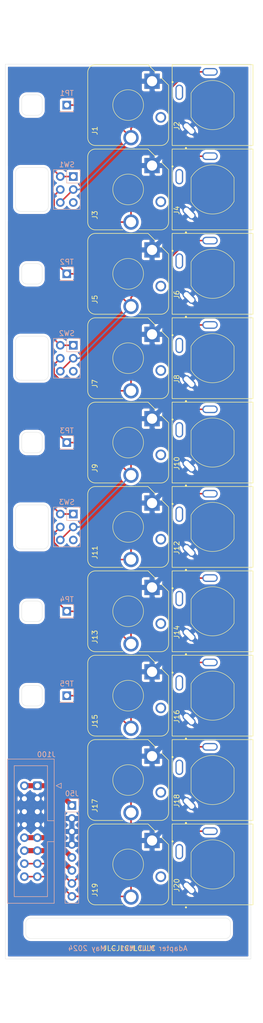
<source format=kicad_pcb>
(kicad_pcb (version 20240108) (generator "pcbnew") (generator_version "8.0")
  (title_block (title "Adapter Mult Mk1") (date "2024-05-26") (rev "1") (company "DMH"))
  (layers (0 "F.Cu" signal) (31 "B.Cu" signal) (34 "B.Paste" user) (35 "F.Paste" user) (36 "B.SilkS" user "B.Silkscreen") (37 "F.SilkS" user "F.Silkscreen") (38 "B.Mask" user) (39 "F.Mask" user) (44 "Edge.Cuts" user))
  (net 0 "")
  (net 1 "Net-(J5-PadT)")
  (net 2 "Net-(J1-PadT)")
  (net 3 "Net-(J3-PadT)")
  (net 5 "Net-(J10-PadT)")
  (net 7 "Net-(J7-PadT)")
  (net 8 "Net-(J13-PadT)")
  (net 10 "Net-(J11-PadT)")
  (net 11 "GND")
  (net 12 "-12V")
  (net 13 "+12V")
  (net 14 "+5V")
  (net 15 "Net-(J100-Pin_7a)")
  (net 16 "Net-(J100-Pin_8a)")
  (net 35 "Net-(J15-PadT)")
  (footprint "SynthStuff:AMPHENOL_ACJM-MV35-2S" (layer "F.Cu") (at 72.5 86 90)
    (property "Reference" "J5" (at -5 -6.5 90) (layer "F.SilkS"))
    (property "Value" "TS_Jack_3.5mm_Sw")
    (pad "S" thru_hole rect (at 4.67 4.67 90) (size 3 3) (drill 2) (layers "*.Cu" "*.Mask") (net 11 "GND"))
    (pad "T" thru_hole circle (at -6.38 0.56 90) (size 3 3) (drill 2) (layers "*.Cu" "*.Mask") (net 1 "Net-(J5-PadT)"))
    (pad "TN" thru_hole circle (at -2.4 6.38 90) (size 2.1 2.1) (drill 1.4) (layers "*.Cu" "*.Mask"))
  )
  (footprint "SynthStuff:AMPHENOL_ACJM-MV35-2S" (layer "F.Cu") (at 72.5 53 90)
    (property "Reference" "J1" (at -5 -6.5 90) (layer "F.SilkS"))
    (property "Value" "TS_Jack_3.5mm_Sw")
    (pad "S" thru_hole rect (at 4.67 4.67 90) (size 3 3) (drill 2) (layers "*.Cu" "*.Mask") (net 11 "GND"))
    (pad "T" thru_hole circle (at -6.38 0.56 90) (size 3 3) (drill 2) (layers "*.Cu" "*.Mask") (net 2 "Net-(J1-PadT)"))
    (pad "TN" thru_hole circle (at -2.4 6.38 90) (size 2.1 2.1) (drill 1.4) (layers "*.Cu" "*.Mask"))
  )
  (footprint "SynthStuff:AMPHENOL_ACJM-MV35-2S" (layer "F.Cu") (at 72.5 168.5 90)
    (property "Reference" "J15" (at -5 -6.5 90) (layer "F.SilkS"))
    (property "Value" "TS_Jack_3.5mm_Sw")
    (pad "S" thru_hole rect (at 4.67 4.67 90) (size 3 3) (drill 2) (layers "*.Cu" "*.Mask") (net 11 "GND"))
    (pad "T" thru_hole circle (at -6.38 0.56 90) (size 3 3) (drill 2) (layers "*.Cu" "*.Mask") (net 35 "Net-(J15-PadT)"))
    (pad "TN" thru_hole circle (at -2.4 6.38 90) (size 2.1 2.1) (drill 1.4) (layers "*.Cu" "*.Mask"))
  )
  (footprint "SynthStuff:AMPHENOL_ACJM-MV35-2S" (layer "F.Cu") (at 72.5 119 90)
    (property "Reference" "J9" (at -5 -6.5 90) (layer "F.SilkS"))
    (property "Value" "TS_Jack_3.5mm_Sw")
    (pad "S" thru_hole rect (at 4.67 4.67 90) (size 3 3) (drill 2) (layers "*.Cu" "*.Mask") (net 11 "GND"))
    (pad "T" thru_hole circle (at -6.38 0.56 90) (size 3 3) (drill 2) (layers "*.Cu" "*.Mask") (net 5 "Net-(J10-PadT)"))
    (pad "TN" thru_hole circle (at -2.4 6.38 90) (size 2.1 2.1) (drill 1.4) (layers "*.Cu" "*.Mask"))
  )
  (footprint "SynthStuff:CUI_MJ-63052A" (layer "F.Cu") (at 89 86 90)
    (property "Reference" "J6" (at -4.075 -7 90) (layer "F.SilkS"))
    (property "Value" "TS_Jack_6.35mm_Sw")
    (pad "S" thru_hole oval (at -4.59619 -4.59619 45) (size 1.508 3.016) (drill oval 1 2.5) (layers "*.Cu" "*.Mask") (net 11 "GND"))
    (pad "T" thru_hole oval (at 6.5 -0.5 90) (size 1.508 3.016) (drill oval 1 2.5) (layers "*.Cu" "*.Mask") (net 1 "Net-(J5-PadT)"))
    (pad "TN" thru_hole oval (at 2.5 -6.5 90) (size 3.016 1.508) (drill oval 2.5 1) (layers "*.Cu" "*.Mask"))
  )
  (footprint "SynthStuff:AMPHENOL_ACJM-MV35-2S" (layer "F.Cu") (at 72.5 201.5 90)
    (property "Reference" "J19" (at -5 -6.5 90) (layer "F.SilkS"))
    (property "Value" "TS_Jack_3.5mm_Sw")
    (pad "S" thru_hole rect (at 4.67 4.67 90) (size 3 3) (drill 2) (layers "*.Cu" "*.Mask") (net 11 "GND"))
    (pad "T" thru_hole circle (at -6.38 0.56 90) (size 3 3) (drill 2) (layers "*.Cu" "*.Mask") (net 16 "Net-(J100-Pin_8a)"))
    (pad "TN" thru_hole circle (at -2.4 6.38 90) (size 2.1 2.1) (drill 1.4) (layers "*.Cu" "*.Mask"))
  )
  (footprint "SynthStuff:CUI_MJ-63052A" (layer "F.Cu") (at 89 201.5 90)
    (property "Reference" "J20" (at -4.075 -7 90) (layer "F.SilkS"))
    (property "Value" "TS_Jack_6.35mm_Sw")
    (pad "S" thru_hole oval (at -4.59619 -4.59619 45) (size 1.508 3.016) (drill oval 1 2.5) (layers "*.Cu" "*.Mask") (net 11 "GND"))
    (pad "T" thru_hole oval (at 6.5 -0.5 90) (size 1.508 3.016) (drill oval 1 2.5) (layers "*.Cu" "*.Mask") (net 16 "Net-(J100-Pin_8a)"))
    (pad "TN" thru_hole oval (at 2.5 -6.5 90) (size 3.016 1.508) (drill oval 2.5 1) (layers "*.Cu" "*.Mask"))
  )
  (footprint "SynthStuff:CUI_MJ-63052A" (layer "F.Cu") (at 89 53 90)
    (property "Reference" "J2" (at -4.075 -7 90) (layer "F.SilkS"))
    (property "Value" "TS_Jack_6.35mm_Sw")
    (pad "S" thru_hole oval (at -4.59619 -4.59619 45) (size 1.508 3.016) (drill oval 1 2.5) (layers "*.Cu" "*.Mask") (net 11 "GND"))
    (pad "T" thru_hole oval (at 6.5 -0.5 90) (size 1.508 3.016) (drill oval 1 2.5) (layers "*.Cu" "*.Mask") (net 2 "Net-(J1-PadT)"))
    (pad "TN" thru_hole oval (at 2.5 -6.5 90) (size 3.016 1.508) (drill oval 2.5 1) (layers "*.Cu" "*.Mask"))
  )
  (footprint "SynthStuff:CUI_MJ-63052A" (layer "F.Cu") (at 89 102.5 90)
    (property "Reference" "J8" (at -4.075 -7 90) (layer "F.SilkS"))
    (property "Value" "TS_Jack_6.35mm_Sw")
    (pad "S" thru_hole oval (at -4.59619 -4.59619 45) (size 1.508 3.016) (drill oval 1 2.5) (layers "*.Cu" "*.Mask") (net 11 "GND"))
    (pad "T" thru_hole oval (at 6.5 -0.5 90) (size 1.508 3.016) (drill oval 1 2.5) (layers "*.Cu" "*.Mask") (net 7 "Net-(J7-PadT)"))
    (pad "TN" thru_hole oval (at 2.5 -6.5 90) (size 3.016 1.508) (drill oval 2.5 1) (layers "*.Cu" "*.Mask"))
  )
  (footprint "SynthStuff:CUI_MJ-63052A" (layer "F.Cu") (at 89 135.5 90)
    (property "Reference" "J12" (at -4.075 -7 90) (layer "F.SilkS"))
    (property "Value" "TS_Jack_6.35mm_Sw")
    (pad "S" thru_hole oval (at -4.59619 -4.59619 45) (size 1.508 3.016) (drill oval 1 2.5) (layers "*.Cu" "*.Mask") (net 11 "GND"))
    (pad "T" thru_hole oval (at 6.5 -0.5 90) (size 1.508 3.016) (drill oval 1 2.5) (layers "*.Cu" "*.Mask") (net 10 "Net-(J11-PadT)"))
    (pad "TN" thru_hole oval (at 2.5 -6.5 90) (size 3.016 1.508) (drill oval 2.5 1) (layers "*.Cu" "*.Mask"))
  )
  (footprint "SynthStuff:CUI_MJ-63052A" (layer "F.Cu") (at 89 152 90)
    (property "Reference" "J14" (at -4.075 -7 90) (layer "F.SilkS"))
    (property "Value" "TS_Jack_6.35mm_Sw")
    (pad "S" thru_hole oval (at -4.59619 -4.59619 45) (size 1.508 3.016) (drill oval 1 2.5) (layers "*.Cu" "*.Mask") (net 11 "GND"))
    (pad "T" thru_hole oval (at 6.5 -0.5 90) (size 1.508 3.016) (drill oval 1 2.5) (layers "*.Cu" "*.Mask") (net 8 "Net-(J13-PadT)"))
    (pad "TN" thru_hole oval (at 2.5 -6.5 90) (size 3.016 1.508) (drill oval 2.5 1) (layers "*.Cu" "*.Mask"))
  )
  (footprint "SynthStuff:CUI_MJ-63052A" (layer "F.Cu") (at 89 119 90)
    (property "Reference" "J10" (at -4.075 -7 90) (layer "F.SilkS"))
    (property "Value" "TS_Jack_6.35mm_Sw")
    (pad "S" thru_hole oval (at -4.59619 -4.59619 45) (size 1.508 3.016) (drill oval 1 2.5) (layers "*.Cu" "*.Mask") (net 11 "GND"))
    (pad "T" thru_hole oval (at 6.5 -0.5 90) (size 1.508 3.016) (drill oval 1 2.5) (layers "*.Cu" "*.Mask") (net 5 "Net-(J10-PadT)"))
    (pad "TN" thru_hole oval (at 2.5 -6.5 90) (size 3.016 1.508) (drill oval 2.5 1) (layers "*.Cu" "*.Mask"))
  )
  (footprint "SynthStuff:AMPHENOL_ACJM-MV35-2S" (layer "F.Cu") (at 72.5 102.5 90)
    (property "Reference" "J7" (at -5 -6.5 90) (layer "F.SilkS"))
    (property "Value" "TS_Jack_3.5mm_Sw")
    (pad "S" thru_hole rect (at 4.67 4.67 90) (size 3 3) (drill 2) (layers "*.Cu" "*.Mask") (net 11 "GND"))
    (pad "T" thru_hole circle (at -6.38 0.56 90) (size 3 3) (drill 2) (layers "*.Cu" "*.Mask") (net 7 "Net-(J7-PadT)"))
    (pad "TN" thru_hole circle (at -2.4 6.38 90) (size 2.1 2.1) (drill 1.4) (layers "*.Cu" "*.Mask"))
  )
  (footprint "SynthStuff:CUI_MJ-63052A" (layer "F.Cu") (at 89 168.5 90)
    (property "Reference" "J16" (at -4.075 -7 90) (layer "F.SilkS"))
    (property "Value" "TS_Jack_6.35mm_Sw")
    (pad "S" thru_hole oval (at -4.59619 -4.59619 45) (size 1.508 3.016) (drill oval 1 2.5) (layers "*.Cu" "*.Mask") (net 11 "GND"))
    (pad "T" thru_hole oval (at 6.5 -0.5 90) (size 1.508 3.016) (drill oval 1 2.5) (layers "*.Cu" "*.Mask") (net 35 "Net-(J15-PadT)"))
    (pad "TN" thru_hole oval (at 2.5 -6.5 90) (size 3.016 1.508) (drill oval 2.5 1) (layers "*.Cu" "*.Mask"))
  )
  (footprint "SynthStuff:AMPHENOL_ACJM-MV35-2S" (layer "F.Cu") (at 72.5 185 90)
    (property "Reference" "J17" (at -5 -6.5 90) (layer "F.SilkS"))
    (property "Value" "TS_Jack_3.5mm_Sw")
    (pad "S" thru_hole rect (at 4.67 4.67 90) (size 3 3) (drill 2) (layers "*.Cu" "*.Mask") (net 11 "GND"))
    (pad "T" thru_hole circle (at -6.38 0.56 90) (size 3 3) (drill 2) (layers "*.Cu" "*.Mask") (net 15 "Net-(J100-Pin_7a)"))
    (pad "TN" thru_hole circle (at -2.4 6.38 90) (size 2.1 2.1) (drill 1.4) (layers "*.Cu" "*.Mask"))
  )
  (footprint "SynthStuff:CUI_MJ-63052A" (layer "F.Cu") (at 89 185 90)
    (property "Reference" "J18" (at -4.075 -7 90) (layer "F.SilkS"))
    (property "Value" "TS_Jack_6.35mm_Sw")
    (pad "S" thru_hole oval (at -4.59619 -4.59619 45) (size 1.508 3.016) (drill oval 1 2.5) (layers "*.Cu" "*.Mask") (net 11 "GND"))
    (pad "T" thru_hole oval (at 6.5 -0.5 90) (size 1.508 3.016) (drill oval 1 2.5) (layers "*.Cu" "*.Mask") (net 15 "Net-(J100-Pin_7a)"))
    (pad "TN" thru_hole oval (at 2.5 -6.5 90) (size 3.016 1.508) (drill oval 2.5 1) (layers "*.Cu" "*.Mask"))
  )
  (footprint "SynthStuff:CUI_MJ-63052A" (layer "F.Cu") (at 89 69.5 90)
    (property "Reference" "J4" (at -4.075 -7 90) (layer "F.SilkS"))
    (property "Value" "TS_Jack_6.35mm_Sw")
    (pad "S" thru_hole oval (at -4.59619 -4.59619 45) (size 1.508 3.016) (drill oval 1 2.5) (layers "*.Cu" "*.Mask") (net 11 "GND"))
    (pad "T" thru_hole oval (at 6.5 -0.5 90) (size 1.508 3.016) (drill oval 1 2.5) (layers "*.Cu" "*.Mask") (net 3 "Net-(J3-PadT)"))
    (pad "TN" thru_hole oval (at 2.5 -6.5 90) (size 3.016 1.508) (drill oval 2.5 1) (layers "*.Cu" "*.Mask"))
  )
  (footprint "SynthStuff:AMPHENOL_ACJM-MV35-2S" (layer "F.Cu") (at 72.5 152 90)
    (property "Reference" "J13" (at -5 -6.5 90) (layer "F.SilkS"))
    (property "Value" "TS_Jack_3.5mm_Sw")
    (pad "S" thru_hole rect (at 4.67 4.67 90) (size 3 3) (drill 2) (layers "*.Cu" "*.Mask") (net 11 "GND"))
    (pad "T" thru_hole circle (at -6.38 0.56 90) (size 3 3) (drill 2) (layers "*.Cu" "*.Mask") (net 8 "Net-(J13-PadT)"))
    (pad "TN" thru_hole circle (at -2.4 6.38 90) (size 2.1 2.1) (drill 1.4) (layers "*.Cu" "*.Mask"))
  )
  (footprint "SynthStuff:AMPHENOL_ACJM-MV35-2S" (layer "F.Cu") (at 72.5 135.5 90)
    (property "Reference" "J11" (at -5 -6.5 90) (layer "F.SilkS"))
    (property "Value" "TS_Jack_3.5mm_Sw")
    (pad "S" thru_hole rect (at 4.67 4.67 90) (size 3 3) (drill 2) (layers "*.Cu" "*.Mask") (net 11 "GND"))
    (pad "T" thru_hole circle (at -6.38 0.56 90) (size 3 3) (drill 2) (layers "*.Cu" "*.Mask") (net 10 "Net-(J11-PadT)"))
    (pad "TN" thru_hole circle (at -2.4 6.38 90) (size 2.1 2.1) (drill 1.4) (layers "*.Cu" "*.Mask"))
  )
  (footprint "SynthStuff:AMPHENOL_ACJM-MV35-2S" (layer "F.Cu") (at 72.5 69.5 90)
    (property "Reference" "J3" (at -5 -6.5 90) (layer "F.SilkS"))
    (property "Value" "TS_Jack_3.5mm_Sw")
    (pad "S" thru_hole rect (at 4.67 4.67 90) (size 3 3) (drill 2) (layers "*.Cu" "*.Mask") (net 11 "GND"))
    (pad "T" thru_hole circle (at -6.38 0.56 90) (size 3 3) (drill 2) (layers "*.Cu" "*.Mask") (net 3 "Net-(J3-PadT)"))
    (pad "TN" thru_hole circle (at -2.4 6.38 90) (size 2.1 2.1) (drill 1.4) (layers "*.Cu" "*.Mask"))
  )
  (footprint "Connector_PinHeader_2.54mm:PinHeader_1x01_P2.54mm_Vertical" (layer "B.Cu") (at 60.5 86 180)
    (property "Reference" "TP2" (at 0 2.33 180) (layer "B.SilkS") (effects (justify mirror)))
    (property "Value" "Banana_Jack")
    (pad "1" thru_hole rect (at 0 0 180) (size 1.7 1.7) (drill 1) (layers "*.Cu" "*.Mask") (net 1 "Net-(J5-PadT)"))
  )
  (footprint "Connector_PinHeader_2.54mm:PinHeader_1x08_P2.54mm_Vertical" (layer "B.Cu") (at 61.5 189.98 180)
    (property "Reference" "J50" (at 0 2.33 180) (layer "B.SilkS") (effects (justify mirror)))
    (property "Value" "Conn_01x08_BackboneTap")
    (pad "1" thru_hole rect (at 0 0 180) (size 1.7 1.7) (drill 1) (layers "*.Cu" "*.Mask") (net 12 "-12V"))
    (pad "2" thru_hole oval (at 0 -2.54 180) (size 1.7 1.7) (drill 1) (layers "*.Cu" "*.Mask") (net 11 "GND"))
    (pad "3" thru_hole oval (at 0 -5.08 180) (size 1.7 1.7) (drill 1) (layers "*.Cu" "*.Mask") (net 11 "GND"))
    (pad "4" thru_hole oval (at 0 -7.62 180) (size 1.7 1.7) (drill 1) (layers "*.Cu" "*.Mask") (net 11 "GND"))
    (pad "5" thru_hole oval (at 0 -10.16 180) (size 1.7 1.7) (drill 1) (layers "*.Cu" "*.Mask") (net 13 "+12V"))
    (pad "6" thru_hole oval (at 0 -12.7 180) (size 1.7 1.7) (drill 1) (layers "*.Cu" "*.Mask") (net 14 "+5V"))
    (pad "7" thru_hole oval (at 0 -15.24 180) (size 1.7 1.7) (drill 1) (layers "*.Cu" "*.Mask") (net 15 "Net-(J100-Pin_7a)"))
    (pad "8" thru_hole oval (at 0 -17.78 180) (size 1.7 1.7) (drill 1) (layers "*.Cu" "*.Mask") (net 16 "Net-(J100-Pin_8a)"))
  )
  (footprint "SynthStuff:PinHeader_2x03_P2.54mm_Vertical_142536" (layer "B.Cu") (at 61.775 66.975 180)
    (property "Reference" "SW1" (at 1.27 2.33 180) (layer "B.SilkS") (effects (justify mirror)))
    (property "Value" "SW_DPDT")
    (pad "1" thru_hole rect (at 0 0 180) (size 1.7 1.7) (drill 1) (layers "*.Cu" "*.Mask") (net 1 "Net-(J5-PadT)"))
    (pad "2" thru_hole oval (at 0 -2.54 180) (size 1.7 1.7) (drill 1) (layers "*.Cu" "*.Mask") (net 2 "Net-(J1-PadT)"))
    (pad "3" thru_hole oval (at 0 -5.08 180) (size 1.7 1.7) (drill 1) (layers "*.Cu" "*.Mask"))
    (pad "4" thru_hole oval (at 2.54 0 180) (size 1.7 1.7) (drill 1) (layers "*.Cu" "*.Mask") (net 1 "Net-(J5-PadT)"))
    (pad "5" thru_hole oval (at 2.54 -2.54 180) (size 1.7 1.7) (drill 1) (layers "*.Cu" "*.Mask") (net 3 "Net-(J3-PadT)"))
    (pad "6" thru_hole oval (at 2.54 -5.08 180) (size 1.7 1.7) (drill 1) (layers "*.Cu" "*.Mask") (net 2 "Net-(J1-PadT)"))
  )
  (footprint "Connector_PinHeader_2.54mm:PinHeader_1x01_P2.54mm_Vertical" (layer "B.Cu") (at 60.5 53 180)
    (property "Reference" "TP1" (at 0 2.33 180) (layer "B.SilkS") (effects (justify mirror)))
    (property "Value" "Banana_Jack")
    (pad "1" thru_hole rect (at 0 0 180) (size 1.7 1.7) (drill 1) (layers "*.Cu" "*.Mask") (net 2 "Net-(J1-PadT)"))
  )
  (footprint "Connector_PinHeader_2.54mm:PinHeader_1x01_P2.54mm_Vertical" (layer "B.Cu") (at 60.5 168.5 180)
    (property "Reference" "TP5" (at 0 2.33 180) (layer "B.SilkS") (effects (justify mirror)))
    (property "Value" "Banana_Jack")
    (pad "1" thru_hole rect (at 0 0 180) (size 1.7 1.7) (drill 1) (layers "*.Cu" "*.Mask") (net 35 "Net-(J15-PadT)"))
  )
  (footprint "Connector_PinHeader_2.54mm:PinHeader_1x01_P2.54mm_Vertical" (layer "B.Cu") (at 60.5 152 180)
    (property "Reference" "TP4" (at 0 2.33 180) (layer "B.SilkS") (effects (justify mirror)))
    (property "Value" "Banana_Jack")
    (pad "1" thru_hole rect (at 0 0 180) (size 1.7 1.7) (drill 1) (layers "*.Cu" "*.Mask") (net 8 "Net-(J13-PadT)"))
  )
  (footprint "SynthStuff:IDC-Header_2x08_P2.54mm_Vertical_Eurorack" (layer "B.Cu") (at 54.7525 186.11 180)
    (property "Reference" "J100" (at -1.7475 6.11 180) (layer "B.SilkS") (effects (justify mirror)))
    (property "Value" "IDC_02x08")
    (pad "1a" thru_hole roundrect (at 0 0 180) (size 1.7 1.7) (drill 1) (layers "*.Cu" "*.Mask") (roundrect_rratio 0.147059) (net 12 "-12V"))
    (pad "1b" thru_hole circle (at 2.54 0 180) (size 1.7 1.7) (drill 1) (layers "*.Cu" "*.Mask") (net 12 "-12V"))
    (pad "2a" thru_hole circle (at 0 -2.54 180) (size 1.7 1.7) (drill 1) (layers "*.Cu" "*.Mask") (net 11 "GND"))
    (pad "2b" thru_hole circle (at 2.54 -2.54 180) (size 1.7 1.7) (drill 1) (layers "*.Cu" "*.Mask") (net 11 "GND"))
    (pad "3a" thru_hole circle (at 0 -5.08 180) (size 1.7 1.7) (drill 1) (layers "*.Cu" "*.Mask") (net 11 "GND"))
    (pad "3b" thru_hole circle (at 2.54 -5.08 180) (size 1.7 1.7) (drill 1) (layers "*.Cu" "*.Mask") (net 11 "GND"))
    (pad "4a" thru_hole circle (at 0 -7.62 180) (size 1.7 1.7) (drill 1) (layers "*.Cu" "*.Mask") (net 11 "GND"))
    (pad "4b" thru_hole circle (at 2.54 -7.62 180) (size 1.7 1.7) (drill 1) (layers "*.Cu" "*.Mask") (net 11 "GND"))
    (pad "5a" thru_hole circle (at 0 -10.16 180) (size 1.7 1.7) (drill 1) (layers "*.Cu" "*.Mask") (net 13 "+12V"))
    (pad "5b" thru_hole circle (at 2.54 -10.16 180) (size 1.7 1.7) (drill 1) (layers "*.Cu" "*.Mask") (net 13 "+12V"))
    (pad "6a" thru_hole circle (at 0 -12.7 180) (size 1.7 1.7) (drill 1) (layers "*.Cu" "*.Mask") (net 14 "+5V"))
    (pad "6b" thru_hole circle (at 2.54 -12.7 180) (size 1.7 1.7) (drill 1) (layers "*.Cu" "*.Mask") (net 14 "+5V"))
    (pad "7a" thru_hole circle (at 0 -15.24 180) (size 1.7 1.7) (drill 1) (layers "*.Cu" "*.Mask") (net 15 "Net-(J100-Pin_7a)"))
    (pad "7b" thru_hole circle (at 2.54 -15.24 180) (size 1.7 1.7) (drill 1) (layers "*.Cu" "*.Mask") (net 15 "Net-(J100-Pin_7a)"))
    (pad "8a" thru_hole circle (at 0 -17.78 180) (size 1.7 1.7) (drill 1) (layers "*.Cu" "*.Mask") (net 16 "Net-(J100-Pin_8a)"))
    (pad "8b" thru_hole circle (at 2.54 -17.78 180) (size 1.7 1.7) (drill 1) (layers "*.Cu" "*.Mask") (net 16 "Net-(J100-Pin_8a)"))
  )
  (footprint "SynthStuff:PinHeader_2x03_P2.54mm_Vertical_142536" (layer "B.Cu") (at 61.775 132.975 180)
    (property "Reference" "SW3" (at 1.27 2.33 180) (layer "B.SilkS") (effects (justify mirror)))
    (property "Value" "SW_DPDT")
    (pad "1" thru_hole rect (at 0 0 180) (size 1.7 1.7) (drill 1) (layers "*.Cu" "*.Mask") (net 8 "Net-(J13-PadT)"))
    (pad "2" thru_hole oval (at 0 -2.54 180) (size 1.7 1.7) (drill 1) (layers "*.Cu" "*.Mask") (net 5 "Net-(J10-PadT)"))
    (pad "3" thru_hole oval (at 0 -5.08 180) (size 1.7 1.7) (drill 1) (layers "*.Cu" "*.Mask"))
    (pad "4" thru_hole oval (at 2.54 0 180) (size 1.7 1.7) (drill 1) (layers "*.Cu" "*.Mask") (net 8 "Net-(J13-PadT)"))
    (pad "5" thru_hole oval (at 2.54 -2.54 180) (size 1.7 1.7) (drill 1) (layers "*.Cu" "*.Mask") (net 10 "Net-(J11-PadT)"))
    (pad "6" thru_hole oval (at 2.54 -5.08 180) (size 1.7 1.7) (drill 1) (layers "*.Cu" "*.Mask") (net 5 "Net-(J10-PadT)"))
  )
  (footprint "Connector_PinHeader_2.54mm:PinHeader_1x01_P2.54mm_Vertical" (layer "B.Cu") (at 60.5 119 180)
    (property "Reference" "TP3" (at 0 2.33 180) (layer "B.SilkS") (effects (justify mirror)))
    (property "Value" "Banana_Jack")
    (pad "1" thru_hole rect (at 0 0 180) (size 1.7 1.7) (drill 1) (layers "*.Cu" "*.Mask") (net 5 "Net-(J10-PadT)"))
  )
  (footprint "SynthStuff:PinHeader_2x03_P2.54mm_Vertical_142536" (layer "B.Cu") (at 61.775 99.975 180)
    (property "Reference" "SW2" (at 1.27 2.33 180) (layer "B.SilkS") (effects (justify mirror)))
    (property "Value" "SW_DPDT")
    (pad "1" thru_hole rect (at 0 0 180) (size 1.7 1.7) (drill 1) (layers "*.Cu" "*.Mask") (net 5 "Net-(J10-PadT)"))
    (pad "2" thru_hole oval (at 0 -2.54 180) (size 1.7 1.7) (drill 1) (layers "*.Cu" "*.Mask") (net 1 "Net-(J5-PadT)"))
    (pad "3" thru_hole oval (at 0 -5.08 180) (size 1.7 1.7) (drill 1) (layers "*.Cu" "*.Mask"))
    (pad "4" thru_hole oval (at 2.54 0 180) (size 1.7 1.7) (drill 1) (layers "*.Cu" "*.Mask") (net 5 "Net-(J10-PadT)"))
    (pad "5" thru_hole oval (at 2.54 -2.54 180) (size 1.7 1.7) (drill 1) (layers "*.Cu" "*.Mask") (net 7 "Net-(J7-PadT)"))
    (pad "6" thru_hole oval (at 2.54 -5.08 180) (size 1.7 1.7) (drill 1) (layers "*.Cu" "*.Mask") (net 1 "Net-(J5-PadT)"))
  )
  (gr_line (start 56.9 138.8) (end 56.9 132.2) (stroke (width 0.05)) (layer "Edge.Cuts"))
  (gr_arc (start 51.5 73.8) (mid 50.792893 73.507107) (end 50.5 72.8) (stroke (width 0.05)) (layer "Edge.Cuts"))
  (gr_arc (start 52.5 213) (mid 52.792893 212.292893) (end 53.5 212) (stroke (width 0.05)) (layer "Edge.Cuts"))
  (gr_line (start 51.7 153) (end 51.7 151) (stroke (width 0.05)) (layer "Edge.Cuts"))
  (gr_arc (start 55.7 153) (mid 55.407107 153.707107) (end 54.7 154) (stroke (width 0.05)) (layer "Edge.Cuts"))
  (gr_line (start 55.7 85) (end 55.7 87) (stroke (width 0.05)) (layer "Edge.Cuts"))
  (gr_line (start 51.7 119.992893) (end 51.7 117.992893) (stroke (width 0.05)) (layer "Edge.Cuts"))
  (gr_arc (start 55.7 54) (mid 55.407107 54.707107) (end 54.7 55) (stroke (width 0.05)) (layer "Edge.Cuts"))
  (gr_arc (start 52.7 154) (mid 51.992893 153.707107) (end 51.7 153) (stroke (width 0.05)) (layer "Edge.Cuts"))
  (gr_line (start 55.7 52) (end 55.7 54) (stroke (width 0.05)) (layer "Edge.Cuts"))
  (gr_line (start 54.7 170.5) (end 52.7 170.5) (stroke (width 0.05)) (layer "Edge.Cuts"))
  (gr_line (start 51.5 106.8) (end 55.9 106.8) (stroke (width 0.05)) (layer "Edge.Cuts"))
  (gr_line (start 51.7 169.5) (end 51.7 167.5) (stroke (width 0.05)) (layer "Edge.Cuts"))
  (gr_arc (start 51.7 167.5) (mid 51.992893 166.792893) (end 52.7 166.5) (stroke (width 0.05)) (layer "Edge.Cuts"))
  (gr_line (start 55.7 151) (end 55.7 153) (stroke (width 0.05)) (layer "Edge.Cuts"))
  (gr_arc (start 51.5 106.8) (mid 50.792893 106.507107) (end 50.5 105.8) (stroke (width 0.05)) (layer "Edge.Cuts"))
  (gr_line (start 52.7 51) (end 54.7 51) (stroke (width 0.05)) (layer "Edge.Cuts"))
  (gr_line (start 51.7 54) (end 51.7 52) (stroke (width 0.05)) (layer "Edge.Cuts"))
  (gr_line (start 54.7 120.992893) (end 52.7 120.992893) (stroke (width 0.05)) (layer "Edge.Cuts"))
  (gr_arc (start 52.7 55) (mid 51.992893 54.707107) (end 51.7 54) (stroke (width 0.05)) (layer "Edge.Cuts"))
  (gr_line (start 92.5 213) (end 92.5 215) (stroke (width 0.05)) (layer "Edge.Cuts"))
  (gr_line (start 52.5 213) (end 52.5 215) (stroke (width 0.05)) (layer "Edge.Cuts"))
  (gr_arc (start 55.9 131.2) (mid 56.607107 131.492893) (end 56.9 132.2) (stroke (width 0.05)) (layer "Edge.Cuts"))
  (gr_line (start 51.5 139.8) (end 55.9 139.8) (stroke (width 0.05)) (layer "Edge.Cuts"))
  (gr_line (start 91.5 212) (end 53.5 212) (stroke (width 0.05)) (layer "Edge.Cuts"))
  (gr_arc (start 91.5 212) (mid 92.207107 212.292893) (end 92.5 213) (stroke (width 0.05)) (layer "Edge.Cuts"))
  (gr_arc (start 92.5 215) (mid 92.207107 215.707107) (end 91.5 216) (stroke (width 0.05)) (layer "Edge.Cuts"))
  (gr_arc (start 55.7 169.5) (mid 55.407107 170.207107) (end 54.7 170.5) (stroke (width 0.05)) (layer "Edge.Cuts"))
  (gr_rect (start 48.5 45) (end 96.5 220) (stroke (width 0.05)) (fill none) (layer "Edge.Cuts"))
  (gr_arc (start 54.7 116.992893) (mid 55.407107 117.285786) (end 55.7 117.992893) (stroke (width 0.05)) (layer "Edge.Cuts"))
  (gr_arc (start 51.7 117.992893) (mid 51.992893 117.285786) (end 52.7 116.992893) (stroke (width 0.05)) (layer "Edge.Cuts"))
  (gr_line (start 55.7 117.992893) (end 55.7 119.992893) (stroke (width 0.05)) (layer "Edge.Cuts"))
  (gr_line (start 52.7 116.992893) (end 54.7 116.992893) (stroke (width 0.05)) (layer "Edge.Cuts"))
  (gr_line (start 55.9 98.2) (end 51.5 98.2) (stroke (width 0.05)) (layer "Edge.Cuts"))
  (gr_line (start 50.5 132.2) (end 50.5 138.8) (stroke (width 0.05)) (layer "Edge.Cuts"))
  (gr_arc (start 55.9 65.2) (mid 56.607107 65.492893) (end 56.9 66.2) (stroke (width 0.05)) (layer "Edge.Cuts"))
  (gr_line (start 52.7 166.5) (end 54.7 166.5) (stroke (width 0.05)) (layer "Edge.Cuts"))
  (gr_arc (start 56.9 72.8) (mid 56.607107 73.507107) (end 55.9 73.8) (stroke (width 0.05)) (layer "Edge.Cuts"))
  (gr_arc (start 53.5 216) (mid 52.792893 215.707107) (end 52.5 215) (stroke (width 0.05)) (layer "Edge.Cuts"))
  (gr_arc (start 51.5 139.8) (mid 50.792893 139.507107) (end 50.5 138.8) (stroke (width 0.05)) (layer "Edge.Cuts"))
  (gr_line (start 50.5 66.2) (end 50.5 72.8) (stroke (width 0.05)) (layer "Edge.Cuts"))
  (gr_arc (start 55.7 119.992893) (mid 55.407107 120.7) (end 54.7 120.992893) (stroke (width 0.05)) (layer "Edge.Cuts"))
  (gr_line (start 54.7 154) (end 52.7 154) (stroke (width 0.05)) (layer "Edge.Cuts"))
  (gr_arc (start 51.7 151) (mid 51.992893 150.292893) (end 52.7 150) (stroke (width 0.05)) (layer "Edge.Cuts"))
  (gr_arc (start 55.9 98.2) (mid 56.607107 98.492893) (end 56.9 99.2) (stroke (width 0.05)) (layer "Edge.Cuts"))
  (gr_arc (start 52.7 170.5) (mid 51.992893 170.207107) (end 51.7 169.5) (stroke (width 0.05)) (layer "Edge.Cuts"))
  (gr_arc (start 54.7 166.5) (mid 55.407107 166.792893) (end 55.7 167.5) (stroke (width 0.05)) (layer "Edge.Cuts"))
  (gr_line (start 50.5 99.2) (end 50.5 105.8) (stroke (width 0.05)) (layer "Edge.Cuts"))
  (gr_line (start 53.5 216) (end 91.5 216) (stroke (width 0.05)) (layer "Edge.Cuts"))
  (gr_arc (start 50.5 66.2) (mid 50.792893 65.492893) (end 51.5 65.2) (stroke (width 0.05)) (layer "Edge.Cuts"))
  (gr_arc (start 56.9 105.8) (mid 56.607107 106.507107) (end 55.9 106.8) (stroke (width 0.05)) (layer "Edge.Cuts"))
  (gr_arc (start 54.7 84) (mid 55.407107 84.292893) (end 55.7 85) (stroke (width 0.05)) (layer "Edge.Cuts"))
  (gr_arc (start 51.7 52) (mid 51.992893 51.292893) (end 52.7 51) (stroke (width 0.05)) (layer "Edge.Cuts"))
  (gr_line (start 52.7 150) (end 54.7 150) (stroke (width 0.05)) (layer "Edge.Cuts"))
  (gr_line (start 51.7 87) (end 51.7 85) (stroke (width 0.05)) (layer "Edge.Cuts"))
  (gr_arc (start 52.7 120.992893) (mid 51.992893 120.7) (end 51.7 119.992893) (stroke (width 0.05)) (layer "Edge.Cuts"))
  (gr_line (start 55.7 167.5) (end 55.7 169.5) (stroke (width 0.05)) (layer "Edge.Cuts"))
  (gr_arc (start 52.7 88) (mid 51.992893 87.707107) (end 51.7 87) (stroke (width 0.05)) (layer "Edge.Cuts"))
  (gr_line (start 51.5 73.8) (end 55.9 73.8) (stroke (width 0.05)) (layer "Edge.Cuts"))
  (gr_line (start 54.7 88) (end 52.7 88) (stroke (width 0.05)) (layer "Edge.Cuts"))
  (gr_line (start 52.7 84) (end 54.7 84) (stroke (width 0.05)) (layer "Edge.Cuts"))
  (gr_line (start 55.9 131.2) (end 51.5 131.2) (stroke (width 0.05)) (layer "Edge.Cuts"))
  (gr_arc (start 56.9 138.8) (mid 56.607107 139.507107) (end 55.9 139.8) (stroke (width 0.05)) (layer "Edge.Cuts"))
  (gr_arc (start 54.7 150) (mid 55.407107 150.292893) (end 55.7 151) (stroke (width 0.05)) (layer "Edge.Cuts"))
  (gr_line (start 54.7 55) (end 52.7 55) (stroke (width 0.05)) (layer "Edge.Cuts"))
  (gr_arc (start 54.7 51) (mid 55.407107 51.292893) (end 55.7 52) (stroke (width 0.05)) (layer "Edge.Cuts"))
  (gr_arc (start 51.7 85) (mid 51.992893 84.292893) (end 52.7 84) (stroke (width 0.05)) (layer "Edge.Cuts"))
  (gr_line (start 56.9 105.8) (end 56.9 99.2) (stroke (width 0.05)) (layer "Edge.Cuts"))
  (gr_arc (start 55.7 87) (mid 55.407107 87.707107) (end 54.7 88) (stroke (width 0.05)) (layer "Edge.Cuts"))
  (gr_arc (start 50.5 132.2) (mid 50.792893 131.492893) (end 51.5 131.2) (stroke (width 0.05)) (layer "Edge.Cuts"))
  (gr_line (start 55.9 65.2) (end 51.5 65.2) (stroke (width 0.05)) (layer "Edge.Cuts"))
  (gr_arc (start 50.5 99.2) (mid 50.792893 98.492893) (end 51.5 98.2) (stroke (width 0.05)) (layer "Edge.Cuts"))
  (gr_line (start 56.9 72.8) (end 56.9 66.2) (stroke (width 0.05)) (layer "Edge.Cuts"))
  (gr_text "Adapter Mult Mk1 - May 2024" (at 84.2 218.5 0) (layer "B.SilkS") (effects (font (size 1 1)) (justify left bottom mirror)))
  (gr_text "JLCJLCJLCJLC" (at 67.5 218.5 0) (layer "F.SilkS") (effects (font (size 1 1)) (justify left bottom)))
  (segment (start 59.235 105.055) (end 61.775 102.515) (width 0.3) (layer "F.Cu") (net 1))
  (segment (start 49.7 75.2) (end 60.5 86) (width 0.3) (layer "F.Cu") (net 1))
  (segment (start 61.775 66.975) (end 59.235 66.975) (width 0.3) (layer "F.Cu") (net 1))
  (segment (start 84.184708 79.5) (end 73.06 90.624708) (width 0.3) (layer "F.Cu") (net 1))
  (segment (start 56.16 63.9) (end 51.2 63.9) (width 0.3) (layer "F.Cu") (net 1))
  (segment (start 49.7 65.4) (end 49.7 75.2) (width 0.3) (layer "F.Cu") (net 1))
  (segment (start 51.2 63.9) (end 49.7 65.4) (width 0.3) (layer "F.Cu") (net 1))
  (segment (start 88.5 79.5) (end 84.184708 79.5) (width 0.3) (layer "F.Cu") (net 1))
  (segment (start 59.235 66.975) (end 56.16 63.9) (width 0.3) (layer "F.Cu") (net 1))
  (segment (start 73.06 90.624708) (end 73.06 92.38) (width 0.3) (layer "F.Cu") (net 1))
  (segment (start 66.68 86) (end 73.06 92.38) (width 0.3) (layer "F.Cu") (net 1))
  (segment (start 60.5 86) (end 66.68 86) (width 0.3) (layer "F.Cu") (net 1))
  (segment (start 62.925 102.515) (end 61.775 102.515) (width 0.3) (layer "B.Cu") (net 1))
  (segment (start 73.06 92.38) (end 62.925 102.515) (width 0.3) (layer "B.Cu") (net 1))
  (segment (start 84.1 46.5) (end 73.06 57.54) (width 0.3) (layer "F.Cu") (net 2))
  (segment (start 88.5 46.5) (end 84.1 46.5) (width 0.3) (layer "F.Cu") (net 2))
  (segment (start 61.775 69.515) (end 59.235 72.055) (width 0.3) (layer "F.Cu") (net 2))
  (segment (start 66.68 53) (end 73.06 59.38) (width 0.3) (layer "F.Cu") (net 2))
  (segment (start 73.06 57.54) (end 73.06 59.38) (width 0.3) (layer "F.Cu") (net 2))
  (segment (start 60.5 53) (end 66.68 53) (width 0.3) (layer "F.Cu") (net 2))
  (segment (start 73.06 59.38) (end 62.925 69.515) (width 0.3) (layer "B.Cu") (net 2))
  (segment (start 62.925 69.515) (end 61.775 69.515) (width 0.3) (layer "B.Cu") (net 2))
  (segment (start 83.81868 63) (end 88.5 63) (width 0.3) (layer "F.Cu") (net 3))
  (segment (start 58.035 73.035) (end 60.88 75.88) (width 0.3) (layer "F.Cu") (net 3))
  (segment (start 60.88 75.88) (end 73.06 75.88) (width 0.3) (layer "F.Cu") (net 3))
  (segment (start 73.06 73.75868) (end 83.81868 63) (width 0.3) (layer "F.Cu") (net 3))
  (segment (start 73.06 75.88) (end 73.06 73.75868) (width 0.3) (layer "F.Cu") (net 3))
  (segment (start 58.035 70.715) (end 58.035 73.035) (width 0.3) (layer "F.Cu") (net 3))
  (segment (start 59.235 69.515) (end 58.035 70.715) (width 0.3) (layer "F.Cu") (net 3))
  (segment (start 66.68 119) (end 73.06 125.38) (width 0.3) (layer "F.Cu") (net 5))
  (segment (start 59.235 99.975) (end 56.16 96.9) (width 0.3) (layer "F.Cu") (net 5))
  (segment (start 83.81868 112.5) (end 88.5 112.5) (width 0.3) (layer "F.Cu") (net 5))
  (segment (start 73.06 123.25868) (end 83.81868 112.5) (width 0.3) (layer "F.Cu") (net 5))
  (segment (start 60.5 119) (end 66.68 119) (width 0.3) (layer "F.Cu") (net 5))
  (segment (start 49.6 108.1) (end 60.5 119) (width 0.3) (layer "F.Cu") (net 5))
  (segment (start 49.6 98.5) (end 49.6 108.1) (width 0.3) (layer "F.Cu") (net 5))
  (segment (start 51.2 96.9) (end 49.6 98.5) (width 0.3) (layer "F.Cu") (net 5))
  (segment (start 73.06 125.38) (end 73.06 123.25868) (width 0.3) (layer "F.Cu") (net 5))
  (segment (start 59.235 138.055) (end 61.775 135.515) (width 0.3) (layer "F.Cu") (net 5))
  (segment (start 61.775 99.975) (end 59.235 99.975) (width 0.3) (layer "F.Cu") (net 5))
  (segment (start 56.16 96.9) (end 51.2 96.9) (width 0.3) (layer "F.Cu") (net 5))
  (segment (start 73.06 125.38) (end 62.925 135.515) (width 0.3) (layer "B.Cu") (net 5))
  (segment (start 62.925 135.515) (end 61.775 135.515) (width 0.3) (layer "B.Cu") (net 5))
  (segment (start 73.06 108.88) (end 73.06 106.75868) (width 0.3) (layer "F.Cu") (net 7))
  (segment (start 61.362943 108.88) (end 73.06 108.88) (width 0.3) (layer "F.Cu") (net 7))
  (segment (start 73.06 106.75868) (end 83.81868 96) (width 0.3) (layer "F.Cu") (net 7))
  (segment (start 58.035 105.552057) (end 61.362943 108.88) (width 0.3) (layer "F.Cu") (net 7))
  (segment (start 58.035 103.715) (end 58.035 105.552057) (width 0.3) (layer "F.Cu") (net 7))
  (segment (start 83.81868 96) (end 88.5 96) (width 0.3) (layer "F.Cu") (net 7))
  (segment (start 59.235 102.515) (end 58.035 103.715) (width 0.3) (layer "F.Cu") (net 7))
  (segment (start 61.775 132.975) (end 59.235 132.975) (width 0.3) (layer "F.Cu") (net 8))
  (segment (start 83.81868 145.5) (end 88.5 145.5) (width 0.3) (layer "F.Cu") (net 8))
  (segment (start 73.06 158.38) (end 73.06 156.25868) (width 0.3) (layer "F.Cu") (net 8))
  (segment (start 73.06 156.25868) (end 83.81868 145.5) (width 0.3) (layer "F.Cu") (net 8))
  (segment (start 59.235 132.975) (end 56.36 130.1) (width 0.3) (layer "F.Cu") (net 8))
  (segment (start 56.36 130.1) (end 51 130.1) (width 0.3) (layer "F.Cu") (net 8))
  (segment (start 49.7 131.4) (end 49.7 141.2) (width 0.3) (layer "F.Cu") (net 8))
  (segment (start 51 130.1) (end 49.7 131.4) (width 0.3) (layer "F.Cu") (net 8))
  (segment (start 66.68 152) (end 73.06 158.38) (width 0.3) (layer "F.Cu") (net 8))
  (segment (start 49.7 141.2) (end 60.5 152) (width 0.3) (layer "F.Cu") (net 8))
  (segment (start 60.5 152) (end 66.68 152) (width 0.3) (layer "F.Cu") (net 8))
  (segment (start 83.81868 129) (end 88.5 129) (width 0.3) (layer "F.Cu") (net 10))
  (segment (start 58.035 136.715) (end 59.235 135.515) (width 0.3) (layer "F.Cu") (net 10))
  (segment (start 58.035 138.552057) (end 58.035 136.715) (width 0.3) (layer "F.Cu") (net 10))
  (segment (start 73.06 139.75868) (end 83.81868 129) (width 0.3) (layer "F.Cu") (net 10))
  (segment (start 73.06 141.88) (end 73.06 139.75868) (width 0.3) (layer "F.Cu") (net 10))
  (segment (start 73.06 141.88) (end 61.362943 141.88) (width 0.3) (layer "F.Cu") (net 10))
  (segment (start 61.362943 141.88) (end 58.035 138.552057) (width 0.3) (layer "F.Cu") (net 10))
  (segment (start 77.17 180.33) (end 84.40381 173.09619) (width 1) (layer "B.Cu") (net 11))
  (segment (start 77.17 196.83) (end 77.17 198.97) (width 1) (layer "B.Cu") (net 11))
  (segment (start 77.17 81.33) (end 77.17 83.47) (width 1) (layer "B.Cu") (net 11))
  (segment (start 77.17 66.77) (end 84.40381 74.00381) (width 1) (layer "B.Cu") (net 11))
  (segment (start 77.17 132.86238) (end 84.40381 140.09619) (width 1) (layer "B.Cu") (net 11))
  (segment (start 52.2125 191.19) (end 54.7525 191.19) (width 1) (layer "B.Cu") (net 11))
  (segment (start 77.17 64.83) (end 84.40381 57.59619) (width 1) (layer "B.Cu") (net 11))
  (segment (start 77.17 97.83) (end 77.17 99.86238) (width 1) (layer "B.Cu") (net 11))
  (segment (start 77.17 163.83) (end 77.17 165.86238) (width 1) (layer "B.Cu") (net 11))
  (segment (start 77.17 198.97) (end 84.29619 206.09619) (width 1) (layer "B.Cu") (net 11))
  (segment (start 77.17 165.86238) (end 84.40381 173.09619) (width 1) (layer "B.Cu") (net 11))
  (segment (start 52.2125 188.65) (end 52.2125 191.19) (width 1) (layer "B.Cu") (net 11))
  (segment (start 54.7525 191.19) (end 54.7525 188.65) (width 1) (layer "B.Cu") (net 11))
  (segment (start 77.17 196.83) (end 84.40381 189.59619) (width 1) (layer "B.Cu") (net 11))
  (segment (start 77.17 97.83) (end 84.40381 90.59619) (width 1) (layer "B.Cu") (net 11))
  (segment (start 77.17 147.33) (end 84.40381 140.09619) (width 1) (layer "B.Cu") (net 11))
  (segment (start 77.17 116.36238) (end 84.40381 123.59619) (width 1) (layer "B.Cu") (net 11))
  (segment (start 77.17 130.83) (end 84.40381 123.59619) (width 1) (layer "B.Cu") (net 11))
  (segment (start 77.17 149.36238) (end 84.40381 156.59619) (width 1) (layer "B.Cu") (net 11))
  (segment (start 52.2125 188.65) (end 54.7525 188.65) (width 1) (layer "B.Cu") (net 11))
  (segment (start 77.17 50.36238) (end 84.40381 57.59619) (width 1) (layer "B.Cu") (net 11))
  (segment (start 84.40381 74.00381) (end 84.40381 74.09619) (width 1) (layer "B.Cu") (net 11))
  (segment (start 77.17 48.33) (end 77.17 50.36238) (width 1) (layer "B.Cu") (net 11))
  (segment (start 84.29619 90.59619) (end 84.40381 90.59619) (width 1) (layer "B.Cu") (net 11))
  (segment (start 77.17 114.33) (end 84.40381 107.09619) (width 1) (layer "B.Cu") (net 11))
  (segment (start 77.17 81.33) (end 84.40381 74.09619) (width 1) (layer "B.Cu") (net 11))
  (segment (start 54.7525 193.73) (end 54.7525 191.19) (width 1) (layer "B.Cu") (net 11))
  (segment (start 52.2125 191.19) (end 52.2125 193.73) (width 1) (layer "B.Cu") (net 11))
  (segment (start 77.17 180.33) (end 77.17 182.36238) (width 1) (layer "B.Cu") (net 11))
  (segment (start 77.17 182.36238) (end 84.40381 189.59619) (width 1) (layer "B.Cu") (net 11))
  (segment (start 77.17 99.86238) (end 84.40381 107.09619) (width 1) (layer "B.Cu") (net 11))
  (segment (start 77.17 64.83) (end 77.17 66.77) (width 1) (layer "B.Cu") (net 11))
  (segment (start 77.17 83.47) (end 84.29619 90.59619) (width 1) (layer "B.Cu") (net 11))
  (segment (start 52.2125 193.73) (end 54.7525 193.73) (width 1) (layer "B.Cu") (net 11))
  (segment (start 77.17 130.83) (end 77.17 132.86238) (width 1) (layer "B.Cu") (net 11))
  (segment (start 77.17 114.33) (end 77.17 116.36238) (width 1) (layer "B.Cu") (net 11))
  (segment (start 77.17 147.33) (end 77.17 149.36238) (width 1) (layer "B.Cu") (net 11))
  (segment (start 77.17 163.83) (end 84.40381 156.59619) (width 1) (layer "B.Cu") (net 11))
  (segment (start 84.29619 206.09619) (end 84.40381 206.09619) (width 1) (layer "B.Cu") (net 11))
  (segment (start 52.2125 186.11) (end 54.7525 186.11) (width 1) (layer "F.Cu") (net 12))
  (segment (start 54.7525 186.11) (end 57.63 186.11) (width 1) (layer "F.Cu") (net 12))
  (segment (start 57.63 186.11) (end 61.5 189.98) (width 1) (layer "F.Cu") (net 12))
  (segment (start 57.63 196.27) (end 61.5 200.14) (width 1) (layer "F.Cu") (net 13))
  (segment (start 54.7525 196.27) (end 57.63 196.27) (width 1) (layer "F.Cu") (net 13))
  (segment (start 52.2125 196.27) (end 54.7525 196.27) (width 1) (layer "F.Cu") (net 13))
  (segment (start 54.7525 198.81) (end 57.63 198.81) (width 1) (layer "F.Cu") (net 14))
  (segment (start 57.63 198.81) (end 61.5 202.68) (width 1) (layer "F.Cu") (net 14))
  (segment (start 52.2125 198.81) (end 54.7525 198.81) (width 1) (layer "F.Cu") (net 14))
  (segment (start 83.81868 178.5) (end 88.5 178.5) (width 0.3) (layer "F.Cu") (net 15))
  (segment (start 54.7525 201.35) (end 57.63 201.35) (width 0.3) (layer "F.Cu") (net 15))
  (segment (start 73.06 189.25868) (end 83.81868 178.5) (width 0.3) (layer "F.Cu") (net 15))
  (segment (start 73.06 193.66) (end 73.06 191.38) (width 0.3) (layer "F.Cu") (net 15))
  (segment (start 52.2125 201.35) (end 54.7525 201.35) (width 0.3) (layer "F.Cu") (net 15))
  (segment (start 57.63 201.35) (end 61.5 205.22) (width 0.3) (layer "F.Cu") (net 15))
  (segment (start 61.5 205.22) (end 73.06 193.66) (width 0.3) (layer "F.Cu") (net 15))
  (segment (start 73.06 191.38) (end 73.06 189.25868) (width 0.3) (layer "F.Cu") (net 15))
  (segment (start 72.94 207.76) (end 73.06 207.88) (width 0.3) (layer "F.Cu") (net 16))
  (segment (start 52.2125 203.89) (end 54.7525 203.89) (width 0.3) (layer "F.Cu") (net 16))
  (segment (start 61.5 207.76) (end 72.94 207.76) (width 0.3) (layer "F.Cu") (net 16))
  (segment (start 57.63 203.89) (end 61.5 207.76) (width 0.3) (layer "F.Cu") (net 16))
  (segment (start 73.06 205.75868) (end 83.81868 195) (width 0.3) (layer "F.Cu") (net 16))
  (segment (start 54.7525 203.89) (end 57.63 203.89) (width 0.3) (layer "F.Cu") (net 16))
  (segment (start 83.81868 195) (end 88.5 195) (width 0.3) (layer "F.Cu") (net 16))
  (segment (start 73.06 207.88) (end 73.06 205.75868) (width 0.3) (layer "F.Cu") (net 16))
  (segment (start 73.06 174.88) (end 73.06 172.75868) (width 0.3) (layer "F.Cu") (net 35))
  (segment (start 66.68 168.5) (end 73.06 174.88) (width 0.3) (layer "F.Cu") (net 35))
  (segment (start 60.5 168.5) (end 66.68 168.5) (width 0.3) (layer "F.Cu") (net 35))
  (segment (start 83.81868 162) (end 88.5 162) (width 0.3) (layer "F.Cu") (net 35))
  (segment (start 73.06 172.75868) (end 83.81868 162) (width 0.3) (layer "F.Cu") (net 35))
  (zone (net 11) (net_name "GND") (layers "F&B.Cu") (name "ground plane") (connect_pads (clearance 0.5)) (min_thickness 0.25) (fill yes (thermal_gap 0.5) (thermal_bridge_width 1))
    (polygon (pts (xy 48.5 45) (xy 48.5 220) (xy 96.5 220) (xy 96.5 45)))
  )
)
</source>
